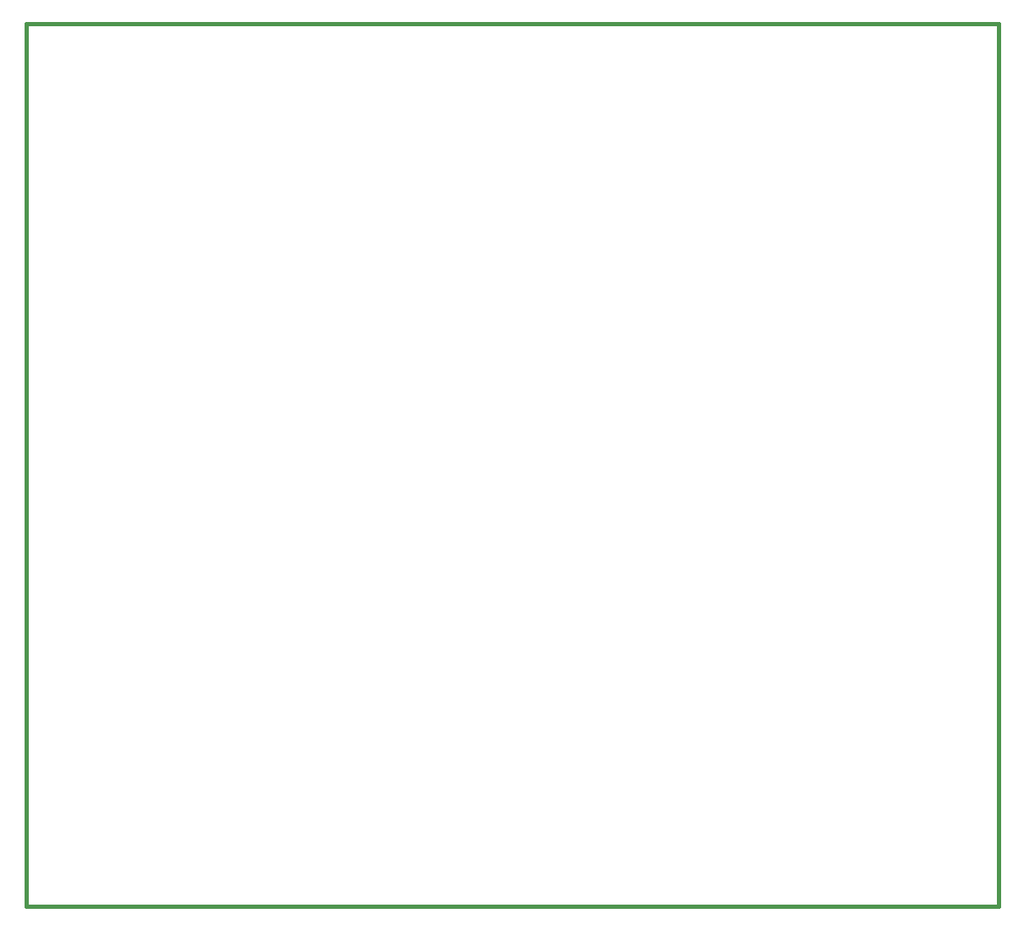
<source format=gm1>
G04*
G04 #@! TF.GenerationSoftware,Altium Limited,Altium Designer,21.3.2 (30)*
G04*
G04 Layer_Color=16711935*
%FSTAX24Y24*%
%MOIN*%
G70*
G04*
G04 #@! TF.SameCoordinates,4F95F32B-0C25-4130-9E89-9C1B30D11028*
G04*
G04*
G04 #@! TF.FilePolarity,Positive*
G04*
G01*
G75*
%ADD14C,0.0150*%
D14*
X0323Y022D02*
X07055D01*
X0323D02*
Y05675D01*
X07055D01*
Y022D02*
Y05675D01*
M02*

</source>
